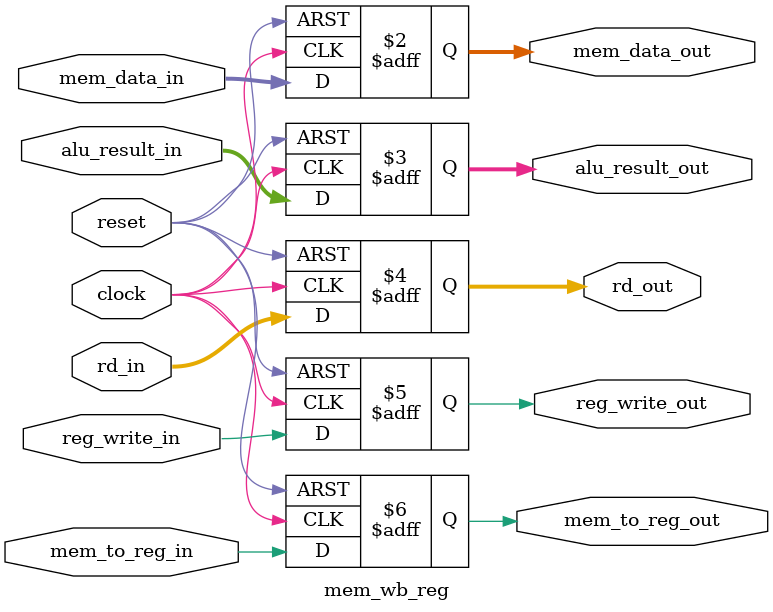
<source format=v>
module mem_wb_reg (
    input wire clock,
    input wire reset,
    input wire [63:0] mem_data_in,
    input wire [63:0] alu_result_in,
    input wire [4:0] rd_in,

    input wire reg_write_in,
    input wire mem_to_reg_in,

    output reg [63:0] mem_data_out,
    output reg [63:0] alu_result_out,
    output reg [4:0] rd_out,

    output reg reg_write_out,
    output reg mem_to_reg_out
);

    always @(posedge clock or posedge reset) begin
        if (reset) begin
            mem_data_out   <= 0;
            alu_result_out <= 0;
            rd_out         <= 0;
            reg_write_out  <= 0;
            mem_to_reg_out <= 0;
        end else begin
            mem_data_out   <= mem_data_in;
            alu_result_out <= alu_result_in;
            rd_out         <= rd_in;
            reg_write_out  <= reg_write_in;
            mem_to_reg_out <= mem_to_reg_in;
        end
    end
endmodule

</source>
